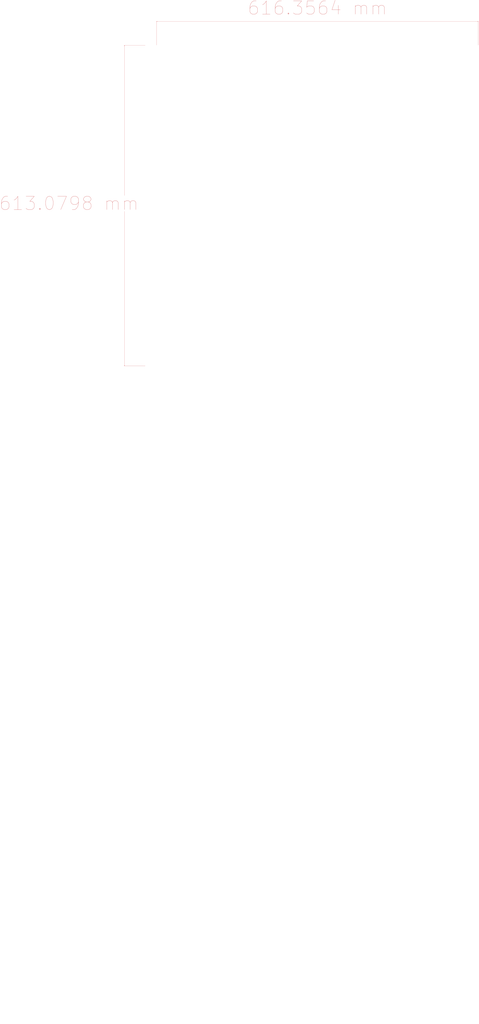
<source format=kicad_pcb>
(kicad_pcb (version 20240108) (generator "pcbnew") (generator_version "8.0")
  (layers (0 "F.Cu" signal) (31 "B.Cu" signal) (34 "B.Paste" user) (35 "F.Paste" user) (36 "B.SilkS" user "B.Silkscreen") (37 "F.SilkS" user "F.Silkscreen") (38 "B.Mask" user) (39 "F.Mask" user) (44 "Edge.Cuts" user))
  (net 0 "")
  (dimension (type aligned) (layer "F.Cu") (pts (xy 97.2566 -753.745) (xy 97.2566 -140.6652)) (height 40.284399) (gr_text "24.1370 in" (at -49.3776 -451.4088 0) (layer "F.Cu") (effects (font (size 25.4 25.4) (thickness 0.3)))) (format (prefix "") (suffix "") (units 3) (units_format 1) (precision 4)) (style (thickness 0.2) (arrow_length 1.27) (text_position_mode 2) (extension_height 0.58642) (extension_offset 0.5)))
  (dimension (type aligned) (layer "F.Cu") (pts (xy 118.6434 -753.745) (xy 734.9998 -753.745)) (height -45.72) (gr_text "24.2660 in" (at 426.8216 -825.165 0) (layer "F.Cu") (effects (font (size 25.4 25.4) (thickness 0.3)))) (format (prefix "") (suffix "") (units 3) (units_format 1) (precision 4)) (style (thickness 0.2) (arrow_length 1.27) (text_position_mode 0) (extension_height 0.58642) (extension_offset 0.5)))
)
</source>
